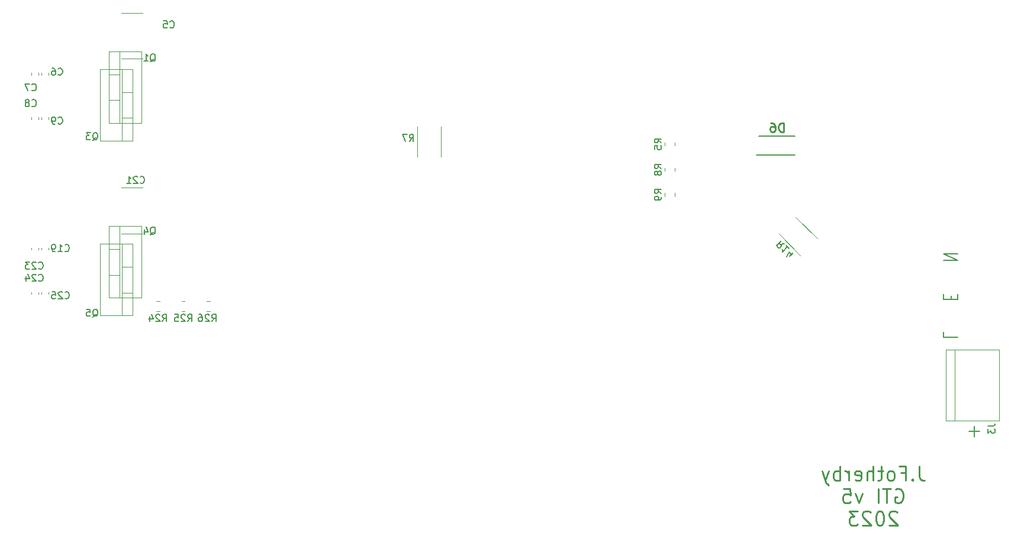
<source format=gbr>
%TF.GenerationSoftware,KiCad,Pcbnew,(6.0.9)*%
%TF.CreationDate,2023-03-15T23:45:40+00:00*%
%TF.ProjectId,GTI_V5,4754495f-5635-42e6-9b69-6361645f7063,rev?*%
%TF.SameCoordinates,Original*%
%TF.FileFunction,Legend,Bot*%
%TF.FilePolarity,Positive*%
%FSLAX46Y46*%
G04 Gerber Fmt 4.6, Leading zero omitted, Abs format (unit mm)*
G04 Created by KiCad (PCBNEW (6.0.9)) date 2023-03-15 23:45:40*
%MOMM*%
%LPD*%
G01*
G04 APERTURE LIST*
%ADD10C,0.150000*%
%ADD11C,0.250000*%
%ADD12C,0.254000*%
%ADD13C,0.120000*%
%ADD14C,0.200000*%
G04 APERTURE END LIST*
D10*
X202261904Y-110392857D02*
X200738095Y-110392857D01*
X201500000Y-111154761D02*
X201500000Y-109630952D01*
D11*
X193571428Y-115434761D02*
X193571428Y-116863333D01*
X193666666Y-117149047D01*
X193857142Y-117339523D01*
X194142857Y-117434761D01*
X194333333Y-117434761D01*
X192619047Y-117244285D02*
X192523809Y-117339523D01*
X192619047Y-117434761D01*
X192714285Y-117339523D01*
X192619047Y-117244285D01*
X192619047Y-117434761D01*
X191000000Y-116387142D02*
X191666666Y-116387142D01*
X191666666Y-117434761D02*
X191666666Y-115434761D01*
X190714285Y-115434761D01*
X189666666Y-117434761D02*
X189857142Y-117339523D01*
X189952380Y-117244285D01*
X190047619Y-117053809D01*
X190047619Y-116482380D01*
X189952380Y-116291904D01*
X189857142Y-116196666D01*
X189666666Y-116101428D01*
X189380952Y-116101428D01*
X189190476Y-116196666D01*
X189095238Y-116291904D01*
X189000000Y-116482380D01*
X189000000Y-117053809D01*
X189095238Y-117244285D01*
X189190476Y-117339523D01*
X189380952Y-117434761D01*
X189666666Y-117434761D01*
X188428571Y-116101428D02*
X187666666Y-116101428D01*
X188142857Y-115434761D02*
X188142857Y-117149047D01*
X188047619Y-117339523D01*
X187857142Y-117434761D01*
X187666666Y-117434761D01*
X187000000Y-117434761D02*
X187000000Y-115434761D01*
X186142857Y-117434761D02*
X186142857Y-116387142D01*
X186238095Y-116196666D01*
X186428571Y-116101428D01*
X186714285Y-116101428D01*
X186904761Y-116196666D01*
X187000000Y-116291904D01*
X184428571Y-117339523D02*
X184619047Y-117434761D01*
X185000000Y-117434761D01*
X185190476Y-117339523D01*
X185285714Y-117149047D01*
X185285714Y-116387142D01*
X185190476Y-116196666D01*
X185000000Y-116101428D01*
X184619047Y-116101428D01*
X184428571Y-116196666D01*
X184333333Y-116387142D01*
X184333333Y-116577619D01*
X185285714Y-116768095D01*
X183476190Y-117434761D02*
X183476190Y-116101428D01*
X183476190Y-116482380D02*
X183380952Y-116291904D01*
X183285714Y-116196666D01*
X183095238Y-116101428D01*
X182904761Y-116101428D01*
X182238095Y-117434761D02*
X182238095Y-115434761D01*
X182238095Y-116196666D02*
X182047619Y-116101428D01*
X181666666Y-116101428D01*
X181476190Y-116196666D01*
X181380952Y-116291904D01*
X181285714Y-116482380D01*
X181285714Y-117053809D01*
X181380952Y-117244285D01*
X181476190Y-117339523D01*
X181666666Y-117434761D01*
X182047619Y-117434761D01*
X182238095Y-117339523D01*
X180619047Y-116101428D02*
X180142857Y-117434761D01*
X179666666Y-116101428D02*
X180142857Y-117434761D01*
X180333333Y-117910952D01*
X180428571Y-118006190D01*
X180619047Y-118101428D01*
X190190476Y-118750000D02*
X190380952Y-118654761D01*
X190666666Y-118654761D01*
X190952380Y-118750000D01*
X191142857Y-118940476D01*
X191238095Y-119130952D01*
X191333333Y-119511904D01*
X191333333Y-119797619D01*
X191238095Y-120178571D01*
X191142857Y-120369047D01*
X190952380Y-120559523D01*
X190666666Y-120654761D01*
X190476190Y-120654761D01*
X190190476Y-120559523D01*
X190095238Y-120464285D01*
X190095238Y-119797619D01*
X190476190Y-119797619D01*
X189523809Y-118654761D02*
X188380952Y-118654761D01*
X188952380Y-120654761D02*
X188952380Y-118654761D01*
X187714285Y-120654761D02*
X187714285Y-118654761D01*
X185428571Y-119321428D02*
X184952380Y-120654761D01*
X184476190Y-119321428D01*
X182761904Y-118654761D02*
X183714285Y-118654761D01*
X183809523Y-119607142D01*
X183714285Y-119511904D01*
X183523809Y-119416666D01*
X183047619Y-119416666D01*
X182857142Y-119511904D01*
X182761904Y-119607142D01*
X182666666Y-119797619D01*
X182666666Y-120273809D01*
X182761904Y-120464285D01*
X182857142Y-120559523D01*
X183047619Y-120654761D01*
X183523809Y-120654761D01*
X183714285Y-120559523D01*
X183809523Y-120464285D01*
X190428571Y-122065238D02*
X190333333Y-121970000D01*
X190142857Y-121874761D01*
X189666666Y-121874761D01*
X189476190Y-121970000D01*
X189380952Y-122065238D01*
X189285714Y-122255714D01*
X189285714Y-122446190D01*
X189380952Y-122731904D01*
X190523809Y-123874761D01*
X189285714Y-123874761D01*
X188047619Y-121874761D02*
X187857142Y-121874761D01*
X187666666Y-121970000D01*
X187571428Y-122065238D01*
X187476190Y-122255714D01*
X187380952Y-122636666D01*
X187380952Y-123112857D01*
X187476190Y-123493809D01*
X187571428Y-123684285D01*
X187666666Y-123779523D01*
X187857142Y-123874761D01*
X188047619Y-123874761D01*
X188238095Y-123779523D01*
X188333333Y-123684285D01*
X188428571Y-123493809D01*
X188523809Y-123112857D01*
X188523809Y-122636666D01*
X188428571Y-122255714D01*
X188333333Y-122065238D01*
X188238095Y-121970000D01*
X188047619Y-121874761D01*
X186619047Y-122065238D02*
X186523809Y-121970000D01*
X186333333Y-121874761D01*
X185857142Y-121874761D01*
X185666666Y-121970000D01*
X185571428Y-122065238D01*
X185476190Y-122255714D01*
X185476190Y-122446190D01*
X185571428Y-122731904D01*
X186714285Y-123874761D01*
X185476190Y-123874761D01*
X184809523Y-121874761D02*
X183571428Y-121874761D01*
X184238095Y-122636666D01*
X183952380Y-122636666D01*
X183761904Y-122731904D01*
X183666666Y-122827142D01*
X183571428Y-123017619D01*
X183571428Y-123493809D01*
X183666666Y-123684285D01*
X183761904Y-123779523D01*
X183952380Y-123874761D01*
X184523809Y-123874761D01*
X184714285Y-123779523D01*
X184809523Y-123684285D01*
D10*
X197095238Y-96166666D02*
X197095238Y-97000000D01*
X199095238Y-97000000D01*
X198142857Y-91583333D02*
X198142857Y-91000000D01*
X197095238Y-90750000D02*
X197095238Y-91583333D01*
X199095238Y-91583333D01*
X199095238Y-90750000D01*
X197095238Y-86000000D02*
X199095238Y-86000000D01*
X197095238Y-85000000D01*
X199095238Y-85000000D01*
%TO.C,J3*%
X203452380Y-109666666D02*
X204166666Y-109666666D01*
X204309523Y-109619047D01*
X204404761Y-109523809D01*
X204452380Y-109380952D01*
X204452380Y-109285714D01*
X203452380Y-110047619D02*
X203452380Y-110666666D01*
X203833333Y-110333333D01*
X203833333Y-110476190D01*
X203880952Y-110571428D01*
X203928571Y-110619047D01*
X204023809Y-110666666D01*
X204261904Y-110666666D01*
X204357142Y-110619047D01*
X204404761Y-110571428D01*
X204452380Y-110476190D01*
X204452380Y-110190476D01*
X204404761Y-110095238D01*
X204357142Y-110047619D01*
%TO.C,R7*%
X120666666Y-68952380D02*
X121000000Y-68476190D01*
X121238095Y-68952380D02*
X121238095Y-67952380D01*
X120857142Y-67952380D01*
X120761904Y-68000000D01*
X120714285Y-68047619D01*
X120666666Y-68142857D01*
X120666666Y-68285714D01*
X120714285Y-68380952D01*
X120761904Y-68428571D01*
X120857142Y-68476190D01*
X121238095Y-68476190D01*
X120333333Y-67952380D02*
X119666666Y-67952380D01*
X120095238Y-68952380D01*
%TO.C,C8*%
X66666666Y-63857142D02*
X66714285Y-63904761D01*
X66857142Y-63952380D01*
X66952380Y-63952380D01*
X67095238Y-63904761D01*
X67190476Y-63809523D01*
X67238095Y-63714285D01*
X67285714Y-63523809D01*
X67285714Y-63380952D01*
X67238095Y-63190476D01*
X67190476Y-63095238D01*
X67095238Y-63000000D01*
X66952380Y-62952380D01*
X66857142Y-62952380D01*
X66714285Y-63000000D01*
X66666666Y-63047619D01*
X66095238Y-63380952D02*
X66190476Y-63333333D01*
X66238095Y-63285714D01*
X66285714Y-63190476D01*
X66285714Y-63142857D01*
X66238095Y-63047619D01*
X66190476Y-63000000D01*
X66095238Y-62952380D01*
X65904761Y-62952380D01*
X65809523Y-63000000D01*
X65761904Y-63047619D01*
X65714285Y-63142857D01*
X65714285Y-63190476D01*
X65761904Y-63285714D01*
X65809523Y-63333333D01*
X65904761Y-63380952D01*
X66095238Y-63380952D01*
X66190476Y-63428571D01*
X66238095Y-63476190D01*
X66285714Y-63571428D01*
X66285714Y-63761904D01*
X66238095Y-63857142D01*
X66190476Y-63904761D01*
X66095238Y-63952380D01*
X65904761Y-63952380D01*
X65809523Y-63904761D01*
X65761904Y-63857142D01*
X65714285Y-63761904D01*
X65714285Y-63571428D01*
X65761904Y-63476190D01*
X65809523Y-63428571D01*
X65904761Y-63380952D01*
%TO.C,R26*%
X92392857Y-94702380D02*
X92726190Y-94226190D01*
X92964285Y-94702380D02*
X92964285Y-93702380D01*
X92583333Y-93702380D01*
X92488095Y-93750000D01*
X92440476Y-93797619D01*
X92392857Y-93892857D01*
X92392857Y-94035714D01*
X92440476Y-94130952D01*
X92488095Y-94178571D01*
X92583333Y-94226190D01*
X92964285Y-94226190D01*
X92011904Y-93797619D02*
X91964285Y-93750000D01*
X91869047Y-93702380D01*
X91630952Y-93702380D01*
X91535714Y-93750000D01*
X91488095Y-93797619D01*
X91440476Y-93892857D01*
X91440476Y-93988095D01*
X91488095Y-94130952D01*
X92059523Y-94702380D01*
X91440476Y-94702380D01*
X90583333Y-93702380D02*
X90773809Y-93702380D01*
X90869047Y-93750000D01*
X90916666Y-93797619D01*
X91011904Y-93940476D01*
X91059523Y-94130952D01*
X91059523Y-94511904D01*
X91011904Y-94607142D01*
X90964285Y-94654761D01*
X90869047Y-94702380D01*
X90678571Y-94702380D01*
X90583333Y-94654761D01*
X90535714Y-94607142D01*
X90488095Y-94511904D01*
X90488095Y-94273809D01*
X90535714Y-94178571D01*
X90583333Y-94130952D01*
X90678571Y-94083333D01*
X90869047Y-94083333D01*
X90964285Y-94130952D01*
X91011904Y-94178571D01*
X91059523Y-94273809D01*
%TO.C,Q5*%
X75345238Y-94047619D02*
X75440476Y-94000000D01*
X75535714Y-93904761D01*
X75678571Y-93761904D01*
X75773809Y-93714285D01*
X75869047Y-93714285D01*
X75821428Y-93952380D02*
X75916666Y-93904761D01*
X76011904Y-93809523D01*
X76059523Y-93619047D01*
X76059523Y-93285714D01*
X76011904Y-93095238D01*
X75916666Y-93000000D01*
X75821428Y-92952380D01*
X75630952Y-92952380D01*
X75535714Y-93000000D01*
X75440476Y-93095238D01*
X75392857Y-93285714D01*
X75392857Y-93619047D01*
X75440476Y-93809523D01*
X75535714Y-93904761D01*
X75630952Y-93952380D01*
X75821428Y-93952380D01*
X74488095Y-92952380D02*
X74964285Y-92952380D01*
X75011904Y-93428571D01*
X74964285Y-93380952D01*
X74869047Y-93333333D01*
X74630952Y-93333333D01*
X74535714Y-93380952D01*
X74488095Y-93428571D01*
X74440476Y-93523809D01*
X74440476Y-93761904D01*
X74488095Y-93857142D01*
X74535714Y-93904761D01*
X74630952Y-93952380D01*
X74869047Y-93952380D01*
X74964285Y-93904761D01*
X75011904Y-93857142D01*
%TO.C,R14*%
X174262692Y-83578169D02*
X173690273Y-83679184D01*
X173858631Y-83174108D02*
X173151525Y-83881215D01*
X173420899Y-84150589D01*
X173521914Y-84184261D01*
X173589257Y-84184261D01*
X173690273Y-84150589D01*
X173791288Y-84049574D01*
X173824960Y-83948558D01*
X173824960Y-83881215D01*
X173791288Y-83780200D01*
X173521914Y-83510826D01*
X174936128Y-84251604D02*
X174532067Y-83847543D01*
X174734097Y-84049574D02*
X174026990Y-84756681D01*
X174060662Y-84588322D01*
X174060662Y-84453635D01*
X174026990Y-84352620D01*
X175070815Y-85329100D02*
X175542219Y-84857696D01*
X174633082Y-85430116D02*
X174969799Y-84756681D01*
X175407532Y-85194413D01*
%TO.C,R24*%
X85342857Y-94702380D02*
X85676190Y-94226190D01*
X85914285Y-94702380D02*
X85914285Y-93702380D01*
X85533333Y-93702380D01*
X85438095Y-93750000D01*
X85390476Y-93797619D01*
X85342857Y-93892857D01*
X85342857Y-94035714D01*
X85390476Y-94130952D01*
X85438095Y-94178571D01*
X85533333Y-94226190D01*
X85914285Y-94226190D01*
X84961904Y-93797619D02*
X84914285Y-93750000D01*
X84819047Y-93702380D01*
X84580952Y-93702380D01*
X84485714Y-93750000D01*
X84438095Y-93797619D01*
X84390476Y-93892857D01*
X84390476Y-93988095D01*
X84438095Y-94130952D01*
X85009523Y-94702380D01*
X84390476Y-94702380D01*
X83533333Y-94035714D02*
X83533333Y-94702380D01*
X83771428Y-93654761D02*
X84009523Y-94369047D01*
X83390476Y-94369047D01*
%TO.C,R5*%
X156702380Y-69145833D02*
X156226190Y-68812500D01*
X156702380Y-68574404D02*
X155702380Y-68574404D01*
X155702380Y-68955357D01*
X155750000Y-69050595D01*
X155797619Y-69098214D01*
X155892857Y-69145833D01*
X156035714Y-69145833D01*
X156130952Y-69098214D01*
X156178571Y-69050595D01*
X156226190Y-68955357D01*
X156226190Y-68574404D01*
X155702380Y-70050595D02*
X155702380Y-69574404D01*
X156178571Y-69526785D01*
X156130952Y-69574404D01*
X156083333Y-69669642D01*
X156083333Y-69907738D01*
X156130952Y-70002976D01*
X156178571Y-70050595D01*
X156273809Y-70098214D01*
X156511904Y-70098214D01*
X156607142Y-70050595D01*
X156654761Y-70002976D01*
X156702380Y-69907738D01*
X156702380Y-69669642D01*
X156654761Y-69574404D01*
X156607142Y-69526785D01*
%TO.C,C7*%
X66666666Y-61607142D02*
X66714285Y-61654761D01*
X66857142Y-61702380D01*
X66952380Y-61702380D01*
X67095238Y-61654761D01*
X67190476Y-61559523D01*
X67238095Y-61464285D01*
X67285714Y-61273809D01*
X67285714Y-61130952D01*
X67238095Y-60940476D01*
X67190476Y-60845238D01*
X67095238Y-60750000D01*
X66952380Y-60702380D01*
X66857142Y-60702380D01*
X66714285Y-60750000D01*
X66666666Y-60797619D01*
X66333333Y-60702380D02*
X65666666Y-60702380D01*
X66095238Y-61702380D01*
%TO.C,C24*%
X67642857Y-88857142D02*
X67690476Y-88904761D01*
X67833333Y-88952380D01*
X67928571Y-88952380D01*
X68071428Y-88904761D01*
X68166666Y-88809523D01*
X68214285Y-88714285D01*
X68261904Y-88523809D01*
X68261904Y-88380952D01*
X68214285Y-88190476D01*
X68166666Y-88095238D01*
X68071428Y-88000000D01*
X67928571Y-87952380D01*
X67833333Y-87952380D01*
X67690476Y-88000000D01*
X67642857Y-88047619D01*
X67261904Y-88047619D02*
X67214285Y-88000000D01*
X67119047Y-87952380D01*
X66880952Y-87952380D01*
X66785714Y-88000000D01*
X66738095Y-88047619D01*
X66690476Y-88142857D01*
X66690476Y-88238095D01*
X66738095Y-88380952D01*
X67309523Y-88952380D01*
X66690476Y-88952380D01*
X65833333Y-88285714D02*
X65833333Y-88952380D01*
X66071428Y-87904761D02*
X66309523Y-88619047D01*
X65690476Y-88619047D01*
%TO.C,C25*%
X71392857Y-91357142D02*
X71440476Y-91404761D01*
X71583333Y-91452380D01*
X71678571Y-91452380D01*
X71821428Y-91404761D01*
X71916666Y-91309523D01*
X71964285Y-91214285D01*
X72011904Y-91023809D01*
X72011904Y-90880952D01*
X71964285Y-90690476D01*
X71916666Y-90595238D01*
X71821428Y-90500000D01*
X71678571Y-90452380D01*
X71583333Y-90452380D01*
X71440476Y-90500000D01*
X71392857Y-90547619D01*
X71011904Y-90547619D02*
X70964285Y-90500000D01*
X70869047Y-90452380D01*
X70630952Y-90452380D01*
X70535714Y-90500000D01*
X70488095Y-90547619D01*
X70440476Y-90642857D01*
X70440476Y-90738095D01*
X70488095Y-90880952D01*
X71059523Y-91452380D01*
X70440476Y-91452380D01*
X69535714Y-90452380D02*
X70011904Y-90452380D01*
X70059523Y-90928571D01*
X70011904Y-90880952D01*
X69916666Y-90833333D01*
X69678571Y-90833333D01*
X69583333Y-90880952D01*
X69535714Y-90928571D01*
X69488095Y-91023809D01*
X69488095Y-91261904D01*
X69535714Y-91357142D01*
X69583333Y-91404761D01*
X69678571Y-91452380D01*
X69916666Y-91452380D01*
X70011904Y-91404761D01*
X70059523Y-91357142D01*
%TO.C,R25*%
X88942857Y-94702380D02*
X89276190Y-94226190D01*
X89514285Y-94702380D02*
X89514285Y-93702380D01*
X89133333Y-93702380D01*
X89038095Y-93750000D01*
X88990476Y-93797619D01*
X88942857Y-93892857D01*
X88942857Y-94035714D01*
X88990476Y-94130952D01*
X89038095Y-94178571D01*
X89133333Y-94226190D01*
X89514285Y-94226190D01*
X88561904Y-93797619D02*
X88514285Y-93750000D01*
X88419047Y-93702380D01*
X88180952Y-93702380D01*
X88085714Y-93750000D01*
X88038095Y-93797619D01*
X87990476Y-93892857D01*
X87990476Y-93988095D01*
X88038095Y-94130952D01*
X88609523Y-94702380D01*
X87990476Y-94702380D01*
X87085714Y-93702380D02*
X87561904Y-93702380D01*
X87609523Y-94178571D01*
X87561904Y-94130952D01*
X87466666Y-94083333D01*
X87228571Y-94083333D01*
X87133333Y-94130952D01*
X87085714Y-94178571D01*
X87038095Y-94273809D01*
X87038095Y-94511904D01*
X87085714Y-94607142D01*
X87133333Y-94654761D01*
X87228571Y-94702380D01*
X87466666Y-94702380D01*
X87561904Y-94654761D01*
X87609523Y-94607142D01*
%TO.C,C19*%
X71392857Y-84607142D02*
X71440476Y-84654761D01*
X71583333Y-84702380D01*
X71678571Y-84702380D01*
X71821428Y-84654761D01*
X71916666Y-84559523D01*
X71964285Y-84464285D01*
X72011904Y-84273809D01*
X72011904Y-84130952D01*
X71964285Y-83940476D01*
X71916666Y-83845238D01*
X71821428Y-83750000D01*
X71678571Y-83702380D01*
X71583333Y-83702380D01*
X71440476Y-83750000D01*
X71392857Y-83797619D01*
X70440476Y-84702380D02*
X71011904Y-84702380D01*
X70726190Y-84702380D02*
X70726190Y-83702380D01*
X70821428Y-83845238D01*
X70916666Y-83940476D01*
X71011904Y-83988095D01*
X69964285Y-84702380D02*
X69773809Y-84702380D01*
X69678571Y-84654761D01*
X69630952Y-84607142D01*
X69535714Y-84464285D01*
X69488095Y-84273809D01*
X69488095Y-83892857D01*
X69535714Y-83797619D01*
X69583333Y-83750000D01*
X69678571Y-83702380D01*
X69869047Y-83702380D01*
X69964285Y-83750000D01*
X70011904Y-83797619D01*
X70059523Y-83892857D01*
X70059523Y-84130952D01*
X70011904Y-84226190D01*
X69964285Y-84273809D01*
X69869047Y-84321428D01*
X69678571Y-84321428D01*
X69583333Y-84273809D01*
X69535714Y-84226190D01*
X69488095Y-84130952D01*
%TO.C,C6*%
X70416666Y-59357142D02*
X70464285Y-59404761D01*
X70607142Y-59452380D01*
X70702380Y-59452380D01*
X70845238Y-59404761D01*
X70940476Y-59309523D01*
X70988095Y-59214285D01*
X71035714Y-59023809D01*
X71035714Y-58880952D01*
X70988095Y-58690476D01*
X70940476Y-58595238D01*
X70845238Y-58500000D01*
X70702380Y-58452380D01*
X70607142Y-58452380D01*
X70464285Y-58500000D01*
X70416666Y-58547619D01*
X69559523Y-58452380D02*
X69750000Y-58452380D01*
X69845238Y-58500000D01*
X69892857Y-58547619D01*
X69988095Y-58690476D01*
X70035714Y-58880952D01*
X70035714Y-59261904D01*
X69988095Y-59357142D01*
X69940476Y-59404761D01*
X69845238Y-59452380D01*
X69654761Y-59452380D01*
X69559523Y-59404761D01*
X69511904Y-59357142D01*
X69464285Y-59261904D01*
X69464285Y-59023809D01*
X69511904Y-58928571D01*
X69559523Y-58880952D01*
X69654761Y-58833333D01*
X69845238Y-58833333D01*
X69940476Y-58880952D01*
X69988095Y-58928571D01*
X70035714Y-59023809D01*
%TO.C,C21*%
X82142857Y-74857142D02*
X82190476Y-74904761D01*
X82333333Y-74952380D01*
X82428571Y-74952380D01*
X82571428Y-74904761D01*
X82666666Y-74809523D01*
X82714285Y-74714285D01*
X82761904Y-74523809D01*
X82761904Y-74380952D01*
X82714285Y-74190476D01*
X82666666Y-74095238D01*
X82571428Y-74000000D01*
X82428571Y-73952380D01*
X82333333Y-73952380D01*
X82190476Y-74000000D01*
X82142857Y-74047619D01*
X81761904Y-74047619D02*
X81714285Y-74000000D01*
X81619047Y-73952380D01*
X81380952Y-73952380D01*
X81285714Y-74000000D01*
X81238095Y-74047619D01*
X81190476Y-74142857D01*
X81190476Y-74238095D01*
X81238095Y-74380952D01*
X81809523Y-74952380D01*
X81190476Y-74952380D01*
X80238095Y-74952380D02*
X80809523Y-74952380D01*
X80523809Y-74952380D02*
X80523809Y-73952380D01*
X80619047Y-74095238D01*
X80714285Y-74190476D01*
X80809523Y-74238095D01*
%TO.C,R9*%
X156702380Y-76395833D02*
X156226190Y-76062500D01*
X156702380Y-75824404D02*
X155702380Y-75824404D01*
X155702380Y-76205357D01*
X155750000Y-76300595D01*
X155797619Y-76348214D01*
X155892857Y-76395833D01*
X156035714Y-76395833D01*
X156130952Y-76348214D01*
X156178571Y-76300595D01*
X156226190Y-76205357D01*
X156226190Y-75824404D01*
X156702380Y-76872023D02*
X156702380Y-77062500D01*
X156654761Y-77157738D01*
X156607142Y-77205357D01*
X156464285Y-77300595D01*
X156273809Y-77348214D01*
X155892857Y-77348214D01*
X155797619Y-77300595D01*
X155750000Y-77252976D01*
X155702380Y-77157738D01*
X155702380Y-76967261D01*
X155750000Y-76872023D01*
X155797619Y-76824404D01*
X155892857Y-76776785D01*
X156130952Y-76776785D01*
X156226190Y-76824404D01*
X156273809Y-76872023D01*
X156321428Y-76967261D01*
X156321428Y-77157738D01*
X156273809Y-77252976D01*
X156226190Y-77300595D01*
X156130952Y-77348214D01*
%TO.C,C5*%
X86416666Y-52607142D02*
X86464285Y-52654761D01*
X86607142Y-52702380D01*
X86702380Y-52702380D01*
X86845238Y-52654761D01*
X86940476Y-52559523D01*
X86988095Y-52464285D01*
X87035714Y-52273809D01*
X87035714Y-52130952D01*
X86988095Y-51940476D01*
X86940476Y-51845238D01*
X86845238Y-51750000D01*
X86702380Y-51702380D01*
X86607142Y-51702380D01*
X86464285Y-51750000D01*
X86416666Y-51797619D01*
X85511904Y-51702380D02*
X85988095Y-51702380D01*
X86035714Y-52178571D01*
X85988095Y-52130952D01*
X85892857Y-52083333D01*
X85654761Y-52083333D01*
X85559523Y-52130952D01*
X85511904Y-52178571D01*
X85464285Y-52273809D01*
X85464285Y-52511904D01*
X85511904Y-52607142D01*
X85559523Y-52654761D01*
X85654761Y-52702380D01*
X85892857Y-52702380D01*
X85988095Y-52654761D01*
X86035714Y-52607142D01*
%TO.C,Q3*%
X75345238Y-68797619D02*
X75440476Y-68750000D01*
X75535714Y-68654761D01*
X75678571Y-68511904D01*
X75773809Y-68464285D01*
X75869047Y-68464285D01*
X75821428Y-68702380D02*
X75916666Y-68654761D01*
X76011904Y-68559523D01*
X76059523Y-68369047D01*
X76059523Y-68035714D01*
X76011904Y-67845238D01*
X75916666Y-67750000D01*
X75821428Y-67702380D01*
X75630952Y-67702380D01*
X75535714Y-67750000D01*
X75440476Y-67845238D01*
X75392857Y-68035714D01*
X75392857Y-68369047D01*
X75440476Y-68559523D01*
X75535714Y-68654761D01*
X75630952Y-68702380D01*
X75821428Y-68702380D01*
X75059523Y-67702380D02*
X74440476Y-67702380D01*
X74773809Y-68083333D01*
X74630952Y-68083333D01*
X74535714Y-68130952D01*
X74488095Y-68178571D01*
X74440476Y-68273809D01*
X74440476Y-68511904D01*
X74488095Y-68607142D01*
X74535714Y-68654761D01*
X74630952Y-68702380D01*
X74916666Y-68702380D01*
X75011904Y-68654761D01*
X75059523Y-68607142D01*
%TO.C,Q4*%
X83595238Y-82297619D02*
X83690476Y-82250000D01*
X83785714Y-82154761D01*
X83928571Y-82011904D01*
X84023809Y-81964285D01*
X84119047Y-81964285D01*
X84071428Y-82202380D02*
X84166666Y-82154761D01*
X84261904Y-82059523D01*
X84309523Y-81869047D01*
X84309523Y-81535714D01*
X84261904Y-81345238D01*
X84166666Y-81250000D01*
X84071428Y-81202380D01*
X83880952Y-81202380D01*
X83785714Y-81250000D01*
X83690476Y-81345238D01*
X83642857Y-81535714D01*
X83642857Y-81869047D01*
X83690476Y-82059523D01*
X83785714Y-82154761D01*
X83880952Y-82202380D01*
X84071428Y-82202380D01*
X82785714Y-81535714D02*
X82785714Y-82202380D01*
X83023809Y-81154761D02*
X83261904Y-81869047D01*
X82642857Y-81869047D01*
%TO.C,R8*%
X156702380Y-72808333D02*
X156226190Y-72475000D01*
X156702380Y-72236904D02*
X155702380Y-72236904D01*
X155702380Y-72617857D01*
X155750000Y-72713095D01*
X155797619Y-72760714D01*
X155892857Y-72808333D01*
X156035714Y-72808333D01*
X156130952Y-72760714D01*
X156178571Y-72713095D01*
X156226190Y-72617857D01*
X156226190Y-72236904D01*
X156130952Y-73379761D02*
X156083333Y-73284523D01*
X156035714Y-73236904D01*
X155940476Y-73189285D01*
X155892857Y-73189285D01*
X155797619Y-73236904D01*
X155750000Y-73284523D01*
X155702380Y-73379761D01*
X155702380Y-73570238D01*
X155750000Y-73665476D01*
X155797619Y-73713095D01*
X155892857Y-73760714D01*
X155940476Y-73760714D01*
X156035714Y-73713095D01*
X156083333Y-73665476D01*
X156130952Y-73570238D01*
X156130952Y-73379761D01*
X156178571Y-73284523D01*
X156226190Y-73236904D01*
X156321428Y-73189285D01*
X156511904Y-73189285D01*
X156607142Y-73236904D01*
X156654761Y-73284523D01*
X156702380Y-73379761D01*
X156702380Y-73570238D01*
X156654761Y-73665476D01*
X156607142Y-73713095D01*
X156511904Y-73760714D01*
X156321428Y-73760714D01*
X156226190Y-73713095D01*
X156178571Y-73665476D01*
X156130952Y-73570238D01*
%TO.C,C9*%
X70416666Y-66357142D02*
X70464285Y-66404761D01*
X70607142Y-66452380D01*
X70702380Y-66452380D01*
X70845238Y-66404761D01*
X70940476Y-66309523D01*
X70988095Y-66214285D01*
X71035714Y-66023809D01*
X71035714Y-65880952D01*
X70988095Y-65690476D01*
X70940476Y-65595238D01*
X70845238Y-65500000D01*
X70702380Y-65452380D01*
X70607142Y-65452380D01*
X70464285Y-65500000D01*
X70416666Y-65547619D01*
X69940476Y-66452380D02*
X69750000Y-66452380D01*
X69654761Y-66404761D01*
X69607142Y-66357142D01*
X69511904Y-66214285D01*
X69464285Y-66023809D01*
X69464285Y-65642857D01*
X69511904Y-65547619D01*
X69559523Y-65500000D01*
X69654761Y-65452380D01*
X69845238Y-65452380D01*
X69940476Y-65500000D01*
X69988095Y-65547619D01*
X70035714Y-65642857D01*
X70035714Y-65880952D01*
X69988095Y-65976190D01*
X69940476Y-66023809D01*
X69845238Y-66071428D01*
X69654761Y-66071428D01*
X69559523Y-66023809D01*
X69511904Y-65976190D01*
X69464285Y-65880952D01*
%TO.C,C23*%
X67642857Y-87107142D02*
X67690476Y-87154761D01*
X67833333Y-87202380D01*
X67928571Y-87202380D01*
X68071428Y-87154761D01*
X68166666Y-87059523D01*
X68214285Y-86964285D01*
X68261904Y-86773809D01*
X68261904Y-86630952D01*
X68214285Y-86440476D01*
X68166666Y-86345238D01*
X68071428Y-86250000D01*
X67928571Y-86202380D01*
X67833333Y-86202380D01*
X67690476Y-86250000D01*
X67642857Y-86297619D01*
X67261904Y-86297619D02*
X67214285Y-86250000D01*
X67119047Y-86202380D01*
X66880952Y-86202380D01*
X66785714Y-86250000D01*
X66738095Y-86297619D01*
X66690476Y-86392857D01*
X66690476Y-86488095D01*
X66738095Y-86630952D01*
X67309523Y-87202380D01*
X66690476Y-87202380D01*
X66357142Y-86202380D02*
X65738095Y-86202380D01*
X66071428Y-86583333D01*
X65928571Y-86583333D01*
X65833333Y-86630952D01*
X65785714Y-86678571D01*
X65738095Y-86773809D01*
X65738095Y-87011904D01*
X65785714Y-87107142D01*
X65833333Y-87154761D01*
X65928571Y-87202380D01*
X66214285Y-87202380D01*
X66309523Y-87154761D01*
X66357142Y-87107142D01*
D12*
%TO.C,D6*%
X174187380Y-67574523D02*
X174187380Y-66304523D01*
X173885000Y-66304523D01*
X173703571Y-66365000D01*
X173582619Y-66485952D01*
X173522142Y-66606904D01*
X173461666Y-66848809D01*
X173461666Y-67030238D01*
X173522142Y-67272142D01*
X173582619Y-67393095D01*
X173703571Y-67514047D01*
X173885000Y-67574523D01*
X174187380Y-67574523D01*
X172373095Y-66304523D02*
X172615000Y-66304523D01*
X172735952Y-66365000D01*
X172796428Y-66425476D01*
X172917380Y-66606904D01*
X172977857Y-66848809D01*
X172977857Y-67332619D01*
X172917380Y-67453571D01*
X172856904Y-67514047D01*
X172735952Y-67574523D01*
X172494047Y-67574523D01*
X172373095Y-67514047D01*
X172312619Y-67453571D01*
X172252142Y-67332619D01*
X172252142Y-67030238D01*
X172312619Y-66909285D01*
X172373095Y-66848809D01*
X172494047Y-66788333D01*
X172735952Y-66788333D01*
X172856904Y-66848809D01*
X172917380Y-66909285D01*
X172977857Y-67030238D01*
D10*
%TO.C,Q1*%
X83595238Y-57547619D02*
X83690476Y-57500000D01*
X83785714Y-57404761D01*
X83928571Y-57261904D01*
X84023809Y-57214285D01*
X84119047Y-57214285D01*
X84071428Y-57452380D02*
X84166666Y-57404761D01*
X84261904Y-57309523D01*
X84309523Y-57119047D01*
X84309523Y-56785714D01*
X84261904Y-56595238D01*
X84166666Y-56500000D01*
X84071428Y-56452380D01*
X83880952Y-56452380D01*
X83785714Y-56500000D01*
X83690476Y-56595238D01*
X83642857Y-56785714D01*
X83642857Y-57119047D01*
X83690476Y-57309523D01*
X83785714Y-57404761D01*
X83880952Y-57452380D01*
X84071428Y-57452380D01*
X82690476Y-57452380D02*
X83261904Y-57452380D01*
X82976190Y-57452380D02*
X82976190Y-56452380D01*
X83071428Y-56595238D01*
X83166666Y-56690476D01*
X83261904Y-56738095D01*
D13*
%TO.C,J3*%
X205060000Y-98720000D02*
X205060000Y-108880000D01*
X198710000Y-98720000D02*
X198710000Y-108880000D01*
X205060000Y-108880000D02*
X197440000Y-108880000D01*
X197440000Y-108880000D02*
X197440000Y-98720000D01*
X197440000Y-98720000D02*
X205060000Y-98720000D01*
%TO.C,R7*%
X121790000Y-71177064D02*
X121790000Y-66822936D01*
X125210000Y-71177064D02*
X125210000Y-66822936D01*
%TO.C,C8*%
X67617500Y-65504420D02*
X67617500Y-65785580D01*
X66597500Y-65504420D02*
X66597500Y-65785580D01*
%TO.C,R26*%
X92127064Y-93235000D02*
X91672936Y-93235000D01*
X92127064Y-91765000D02*
X91672936Y-91765000D01*
%TO.C,Q5*%
X76406500Y-93865000D02*
X76406500Y-83625000D01*
X81047500Y-86894000D02*
X79537500Y-86894000D01*
X81047500Y-93865000D02*
X76406500Y-93865000D01*
X79537500Y-93865000D02*
X79537500Y-83625000D01*
X81047500Y-83625000D02*
X76406500Y-83625000D01*
X81047500Y-93865000D02*
X81047500Y-83625000D01*
X81047500Y-90595000D02*
X79537500Y-90595000D01*
%TO.C,R14*%
X173501431Y-82169736D02*
X176580264Y-85248569D01*
X175919736Y-79751431D02*
X178998569Y-82830264D01*
%TO.C,R24*%
X84927064Y-91765000D02*
X84472936Y-91765000D01*
X84927064Y-93235000D02*
X84472936Y-93235000D01*
%TO.C,R5*%
X158635000Y-69085436D02*
X158635000Y-69539564D01*
X157165000Y-69085436D02*
X157165000Y-69539564D01*
%TO.C,C7*%
X66597500Y-59159420D02*
X66597500Y-59440580D01*
X67617500Y-59159420D02*
X67617500Y-59440580D01*
%TO.C,C24*%
X67617500Y-90785580D02*
X67617500Y-90504420D01*
X66597500Y-90785580D02*
X66597500Y-90504420D01*
%TO.C,C25*%
X69057500Y-90504420D02*
X69057500Y-90785580D01*
X68037500Y-90504420D02*
X68037500Y-90785580D01*
%TO.C,R25*%
X88527064Y-93235000D02*
X88072936Y-93235000D01*
X88527064Y-91765000D02*
X88072936Y-91765000D01*
%TO.C,C19*%
X69057500Y-84440580D02*
X69057500Y-84159420D01*
X68037500Y-84440580D02*
X68037500Y-84159420D01*
%TO.C,C6*%
X69057500Y-59159420D02*
X69057500Y-59440580D01*
X68037500Y-59159420D02*
X68037500Y-59440580D01*
%TO.C,C21*%
X82522369Y-75560000D02*
X79477631Y-75560000D01*
X82522369Y-82130000D02*
X79477631Y-82130000D01*
%TO.C,R9*%
X158635000Y-76335436D02*
X158635000Y-76789564D01*
X157165000Y-76335436D02*
X157165000Y-76789564D01*
%TO.C,C5*%
X82522369Y-50560000D02*
X79477631Y-50560000D01*
X82522369Y-57130000D02*
X79477631Y-57130000D01*
%TO.C,Q3*%
X81047500Y-65595000D02*
X79537500Y-65595000D01*
X81047500Y-61894000D02*
X79537500Y-61894000D01*
X79537500Y-68865000D02*
X79537500Y-58625000D01*
X81047500Y-68865000D02*
X81047500Y-58625000D01*
X81047500Y-68865000D02*
X76406500Y-68865000D01*
X81047500Y-58625000D02*
X76406500Y-58625000D01*
X76406500Y-68865000D02*
X76406500Y-58625000D01*
%TO.C,Q4*%
X79212500Y-81085000D02*
X79212500Y-91325000D01*
X77702500Y-81085000D02*
X77702500Y-91325000D01*
X77702500Y-91325000D02*
X82343500Y-91325000D01*
X82343500Y-81085000D02*
X82343500Y-91325000D01*
X77702500Y-88056000D02*
X79212500Y-88056000D01*
X77702500Y-84355000D02*
X79212500Y-84355000D01*
X77702500Y-81085000D02*
X82343500Y-81085000D01*
%TO.C,R8*%
X158635000Y-72747936D02*
X158635000Y-73202064D01*
X157165000Y-72747936D02*
X157165000Y-73202064D01*
%TO.C,C9*%
X69057500Y-65785580D02*
X69057500Y-65504420D01*
X68037500Y-65785580D02*
X68037500Y-65504420D01*
%TO.C,C23*%
X67617500Y-84159420D02*
X67617500Y-84440580D01*
X66597500Y-84159420D02*
X66597500Y-84440580D01*
D14*
%TO.C,D6*%
X175850000Y-70862000D02*
X170325000Y-70862000D01*
X170650000Y-68138000D02*
X175850000Y-68138000D01*
D13*
%TO.C,Q1*%
X77702500Y-59355000D02*
X79212500Y-59355000D01*
X77702500Y-56085000D02*
X82343500Y-56085000D01*
X77702500Y-66325000D02*
X82343500Y-66325000D01*
X77702500Y-63056000D02*
X79212500Y-63056000D01*
X79212500Y-56085000D02*
X79212500Y-66325000D01*
X77702500Y-56085000D02*
X77702500Y-66325000D01*
X82343500Y-56085000D02*
X82343500Y-66325000D01*
%TD*%
M02*

</source>
